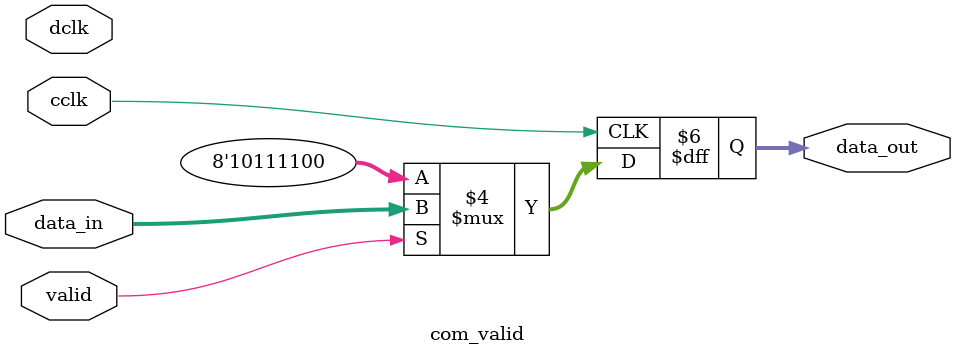
<source format=v>
module com_valid (
		input 		 		cclk,
		input 		 		dclk,
		input		 		valid,
		input [7:0]			data_in,		
		output reg [7:0] 	data_out
		);


	//valid_out0 = 0;


   always @ (posedge cclk) begin


		if (!valid) begin
			data_out = 8'hBC;


		end

		else begin
			data_out = data_in;
		end

   end
	




endmodule // 8_to_1_bits

</source>
